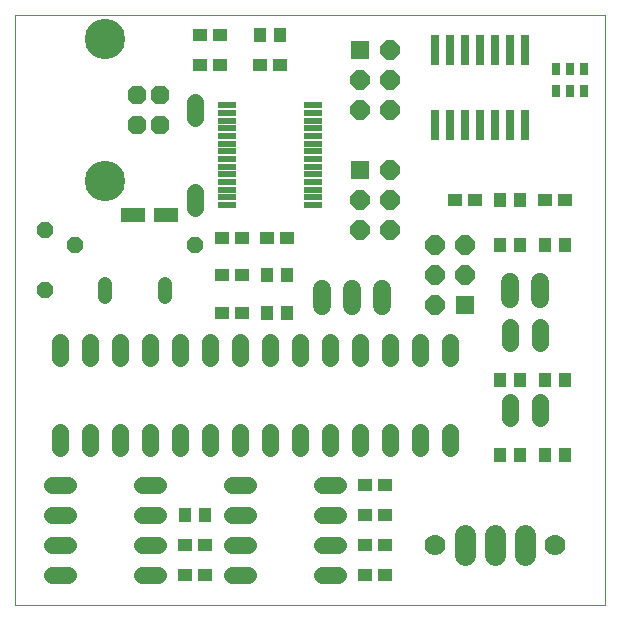
<source format=gts>
G75*
G70*
%OFA0B0*%
%FSLAX24Y24*%
%IPPOS*%
%LPD*%
%AMOC8*
5,1,8,0,0,1.08239X$1,22.5*
%
%ADD10C,0.0000*%
%ADD11R,0.0631X0.0197*%
%ADD12OC8,0.0614*%
%ADD13C,0.1346*%
%ADD14OC8,0.0560*%
%ADD15R,0.0473X0.0434*%
%ADD16C,0.0560*%
%ADD17C,0.0480*%
%ADD18R,0.0434X0.0473*%
%ADD19R,0.0316X0.0434*%
%ADD20R,0.0640X0.0640*%
%ADD21OC8,0.0640*%
%ADD22C,0.0600*%
%ADD23R,0.0290X0.1040*%
%ADD24R,0.0827X0.0512*%
%ADD25C,0.0690*%
%ADD26C,0.0700*%
D10*
X001180Y001180D02*
X001180Y020865D01*
X020865Y020865D01*
X020865Y001180D01*
X001180Y001180D01*
D11*
X008253Y014517D03*
X008253Y014773D03*
X008253Y015028D03*
X008253Y015284D03*
X008253Y015540D03*
X008253Y015796D03*
X008253Y016052D03*
X008253Y016308D03*
X008253Y016564D03*
X008253Y016820D03*
X008253Y017076D03*
X008253Y017332D03*
X008253Y017587D03*
X008253Y017843D03*
X011107Y017843D03*
X011107Y017587D03*
X011107Y017332D03*
X011107Y017076D03*
X011107Y016820D03*
X011107Y016564D03*
X011107Y016308D03*
X011107Y016052D03*
X011107Y015796D03*
X011107Y015540D03*
X011107Y015284D03*
X011107Y015028D03*
X011107Y014773D03*
X011107Y014517D03*
D12*
X006034Y017188D03*
X005247Y017188D03*
X005247Y018172D03*
X006034Y018172D03*
D13*
X004180Y020050D03*
X004180Y015310D03*
D14*
X002180Y013680D03*
X003180Y013180D03*
X002180Y011680D03*
X007180Y013180D03*
D15*
X008095Y013430D03*
X008765Y013430D03*
X009595Y013430D03*
X010265Y013430D03*
X008765Y012180D03*
X008095Y012180D03*
X008095Y010930D03*
X008765Y010930D03*
X012845Y005180D03*
X013515Y005180D03*
X013515Y004180D03*
X012845Y004180D03*
X012845Y003180D03*
X013515Y003180D03*
X013515Y002180D03*
X012845Y002180D03*
X007515Y002180D03*
X006845Y002180D03*
X006845Y003180D03*
X007515Y003180D03*
X015845Y014680D03*
X016515Y014680D03*
X018845Y014680D03*
X019515Y014680D03*
X010015Y019180D03*
X009345Y019180D03*
X008015Y019180D03*
X007345Y019180D03*
X007345Y020180D03*
X008015Y020180D03*
D16*
X007180Y017940D02*
X007180Y017420D01*
X007180Y014940D02*
X007180Y014420D01*
X006680Y009940D02*
X006680Y009420D01*
X007680Y009420D02*
X007680Y009940D01*
X008680Y009940D02*
X008680Y009420D01*
X009680Y009420D02*
X009680Y009940D01*
X010680Y009940D02*
X010680Y009420D01*
X011680Y009420D02*
X011680Y009940D01*
X012680Y009940D02*
X012680Y009420D01*
X013680Y009420D02*
X013680Y009940D01*
X014680Y009940D02*
X014680Y009420D01*
X015680Y009420D02*
X015680Y009940D01*
X017680Y009920D02*
X017680Y010440D01*
X018680Y010440D02*
X018680Y009920D01*
X018680Y007940D02*
X018680Y007420D01*
X017680Y007420D02*
X017680Y007940D01*
X015680Y006940D02*
X015680Y006420D01*
X014680Y006420D02*
X014680Y006940D01*
X013680Y006940D02*
X013680Y006420D01*
X012680Y006420D02*
X012680Y006940D01*
X011680Y006940D02*
X011680Y006420D01*
X010680Y006420D02*
X010680Y006940D01*
X009680Y006940D02*
X009680Y006420D01*
X008680Y006420D02*
X008680Y006940D01*
X007680Y006940D02*
X007680Y006420D01*
X006680Y006420D02*
X006680Y006940D01*
X005680Y006940D02*
X005680Y006420D01*
X004680Y006420D02*
X004680Y006940D01*
X003680Y006940D02*
X003680Y006420D01*
X002680Y006420D02*
X002680Y006940D01*
X002420Y005180D02*
X002940Y005180D01*
X002940Y004180D02*
X002420Y004180D01*
X002420Y003180D02*
X002940Y003180D01*
X002940Y002180D02*
X002420Y002180D01*
X005420Y002180D02*
X005940Y002180D01*
X005940Y003180D02*
X005420Y003180D01*
X005420Y004180D02*
X005940Y004180D01*
X005940Y005180D02*
X005420Y005180D01*
X008420Y005180D02*
X008940Y005180D01*
X008940Y004180D02*
X008420Y004180D01*
X008420Y003180D02*
X008940Y003180D01*
X008940Y002180D02*
X008420Y002180D01*
X011420Y002180D02*
X011940Y002180D01*
X011940Y003180D02*
X011420Y003180D01*
X011420Y004180D02*
X011940Y004180D01*
X011940Y005180D02*
X011420Y005180D01*
X005680Y009420D02*
X005680Y009940D01*
X004680Y009940D02*
X004680Y009420D01*
X003680Y009420D02*
X003680Y009940D01*
X002680Y009940D02*
X002680Y009420D01*
D17*
X004180Y011460D02*
X004180Y011900D01*
X006180Y011900D02*
X006180Y011460D01*
D18*
X009595Y010930D03*
X010265Y010930D03*
X010265Y012180D03*
X009595Y012180D03*
X017345Y013180D03*
X018015Y013180D03*
X018845Y013180D03*
X019515Y013180D03*
X018015Y014680D03*
X017345Y014680D03*
X017345Y008680D03*
X018015Y008680D03*
X018845Y008680D03*
X019515Y008680D03*
X019515Y006180D03*
X018845Y006180D03*
X018015Y006180D03*
X017345Y006180D03*
X007515Y004180D03*
X006845Y004180D03*
X009345Y020180D03*
X010015Y020180D03*
D19*
X019208Y019054D03*
X019680Y019054D03*
X020152Y019054D03*
X020152Y018306D03*
X019680Y018306D03*
X019208Y018306D03*
D20*
X012680Y019680D03*
X012680Y015680D03*
X016180Y011180D03*
D21*
X016180Y012180D03*
X016180Y013180D03*
X015180Y013180D03*
X015180Y012180D03*
X015180Y011180D03*
X013680Y013680D03*
X013680Y014680D03*
X012680Y014680D03*
X012680Y013680D03*
X013680Y015680D03*
X013680Y017680D03*
X013680Y018680D03*
X012680Y018680D03*
X012680Y017680D03*
X013680Y019680D03*
D22*
X017680Y011960D02*
X017680Y011400D01*
X018680Y011400D02*
X018680Y011960D01*
X013430Y011710D02*
X013430Y011150D01*
X012430Y011150D02*
X012430Y011710D01*
X011430Y011710D02*
X011430Y011150D01*
D23*
X015180Y017180D03*
X015680Y017180D03*
X016180Y017180D03*
X016680Y017180D03*
X017180Y017180D03*
X017680Y017180D03*
X018180Y017180D03*
X018180Y019680D03*
X017680Y019680D03*
X017180Y019680D03*
X016680Y019680D03*
X016180Y019680D03*
X015680Y019680D03*
X015180Y019680D03*
D24*
X006231Y014180D03*
X005129Y014180D03*
D25*
X016180Y003505D02*
X016180Y002855D01*
X017180Y002855D02*
X017180Y003505D01*
X018180Y003505D02*
X018180Y002855D01*
D26*
X019180Y003180D03*
X015180Y003180D03*
M02*

</source>
